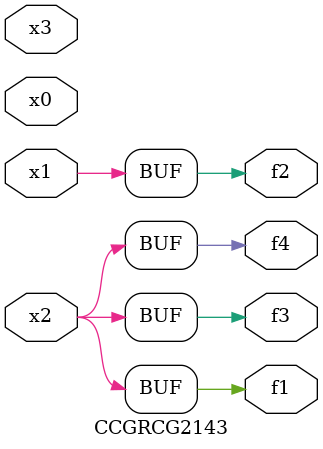
<source format=v>
module CCGRCG2143(
	input x0, x1, x2, x3,
	output f1, f2, f3, f4
);
	assign f1 = x2;
	assign f2 = x1;
	assign f3 = x2;
	assign f4 = x2;
endmodule

</source>
